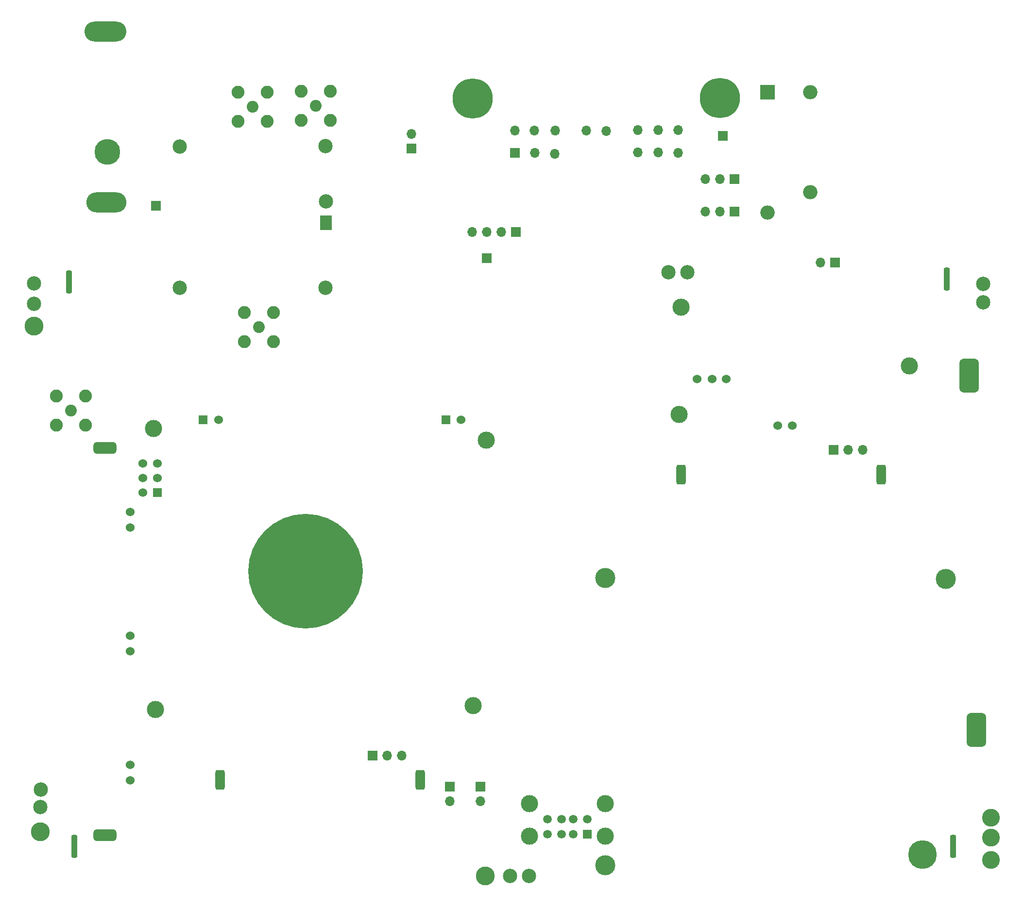
<source format=gbs>
G04 #@! TF.GenerationSoftware,KiCad,Pcbnew,(6.0.1)*
G04 #@! TF.CreationDate,2022-06-09T14:04:08-07:00*
G04 #@! TF.ProjectId,Motherboard_edgeCutsVer,4d6f7468-6572-4626-9f61-72645f656467,rev?*
G04 #@! TF.SameCoordinates,Original*
G04 #@! TF.FileFunction,Soldermask,Bot*
G04 #@! TF.FilePolarity,Negative*
%FSLAX46Y46*%
G04 Gerber Fmt 4.6, Leading zero omitted, Abs format (unit mm)*
G04 Created by KiCad (PCBNEW (6.0.1)) date 2022-06-09 14:04:08*
%MOMM*%
%LPD*%
G01*
G04 APERTURE LIST*
G04 Aperture macros list*
%AMRoundRect*
0 Rectangle with rounded corners*
0 $1 Rounding radius*
0 $2 $3 $4 $5 $6 $7 $8 $9 X,Y pos of 4 corners*
0 Add a 4 corners polygon primitive as box body*
4,1,4,$2,$3,$4,$5,$6,$7,$8,$9,$2,$3,0*
0 Add four circle primitives for the rounded corners*
1,1,$1+$1,$2,$3*
1,1,$1+$1,$4,$5*
1,1,$1+$1,$6,$7*
1,1,$1+$1,$8,$9*
0 Add four rect primitives between the rounded corners*
20,1,$1+$1,$2,$3,$4,$5,0*
20,1,$1+$1,$4,$5,$6,$7,0*
20,1,$1+$1,$6,$7,$8,$9,0*
20,1,$1+$1,$8,$9,$2,$3,0*%
G04 Aperture macros list end*
%ADD10R,1.700000X1.700000*%
%ADD11C,2.050000*%
%ADD12C,2.250000*%
%ADD13R,2.500000X2.500000*%
%ADD14O,2.500000X2.500000*%
%ADD15O,1.700000X1.700000*%
%ADD16C,5.000000*%
%ADD17RoundRect,0.500000X1.500000X-0.500000X1.500000X0.500000X-1.500000X0.500000X-1.500000X-0.500000X0*%
%ADD18C,1.524000*%
%ADD19C,3.300000*%
%ADD20C,2.500000*%
%ADD21RoundRect,0.850000X-0.850000X-2.150000X0.850000X-2.150000X0.850000X2.150000X-0.850000X2.150000X0*%
%ADD22O,7.000000X3.500000*%
%ADD23O,7.300000X3.500000*%
%ADD24C,4.500000*%
%ADD25RoundRect,0.415500X0.415500X-1.315500X0.415500X1.315500X-0.415500X1.315500X-0.415500X-1.315500X0*%
%ADD26RoundRect,0.850000X0.850000X2.150000X-0.850000X2.150000X-0.850000X-2.150000X0.850000X-2.150000X0*%
%ADD27C,3.100000*%
%ADD28C,3.000000*%
%ADD29RoundRect,0.250000X-0.250000X-1.750000X0.250000X-1.750000X0.250000X1.750000X-0.250000X1.750000X0*%
%ADD30C,20.000000*%
%ADD31R,1.524000X1.524000*%
%ADD32R,1.500000X1.500000*%
%ADD33C,1.500000*%
%ADD34C,3.500000*%
%ADD35C,7.000000*%
%ADD36R,2.000000X2.500000*%
G04 APERTURE END LIST*
D10*
X206800000Y-92600000D03*
D11*
X177000000Y-66000000D03*
D12*
X174460000Y-63460000D03*
X179540000Y-63460000D03*
X179540000Y-68540000D03*
X174460000Y-68540000D03*
D13*
X255742500Y-63592500D03*
D14*
X255742500Y-84592500D03*
X263242500Y-81092500D03*
X263242500Y-63592500D03*
D10*
X267500000Y-93300000D03*
D15*
X264960000Y-93300000D03*
D16*
X282800000Y-196600000D03*
D17*
X140300000Y-125650000D03*
X140300000Y-193250000D03*
D18*
X144650000Y-161150000D03*
X144650000Y-158450000D03*
X144700000Y-183650000D03*
X144700000Y-180950000D03*
X144650000Y-136850000D03*
X144650000Y-139550000D03*
D19*
X127895000Y-104442500D03*
D20*
X127895000Y-100542500D03*
X127895000Y-96942500D03*
X238495000Y-95042500D03*
X241795000Y-95056448D03*
X293395000Y-97042500D03*
X293395000Y-100242500D03*
D21*
X290895000Y-113042500D03*
D22*
X140567500Y-82800000D03*
D23*
X140367500Y-53000000D03*
D24*
X140667500Y-74000000D03*
D11*
X134366000Y-119126000D03*
D12*
X131826000Y-116586000D03*
X136906000Y-116586000D03*
X131826000Y-121666000D03*
X136906000Y-121666000D03*
D10*
X267320000Y-126000000D03*
D15*
X269860000Y-126000000D03*
X272400000Y-126000000D03*
D25*
X240700000Y-130300000D03*
X275600000Y-130300000D03*
D10*
X205725000Y-184750000D03*
D15*
X205725000Y-187290000D03*
D10*
X250000000Y-78750000D03*
D15*
X247460000Y-78750000D03*
X244920000Y-78750000D03*
D26*
X292200000Y-174850000D03*
D27*
X294700000Y-190150000D03*
X294700000Y-193650000D03*
X294700000Y-197550000D03*
D20*
X214204026Y-200350000D03*
X210900000Y-200350000D03*
D19*
X206600000Y-200350000D03*
X129000000Y-192650000D03*
D20*
X129000000Y-188350000D03*
X129100000Y-185250000D03*
D28*
X240400000Y-119825000D03*
X240700000Y-101125000D03*
X280500000Y-111325000D03*
D18*
X248600000Y-113625000D03*
X246100000Y-113625000D03*
X260050000Y-121775000D03*
X243500000Y-113625000D03*
X257550000Y-121775000D03*
D29*
X288100000Y-195200000D03*
D28*
X206755000Y-124305000D03*
X148755000Y-122305000D03*
X149055000Y-171305000D03*
D30*
X175255000Y-147205000D03*
D28*
X204455000Y-170605000D03*
D18*
X146855000Y-133505000D03*
X146855000Y-130905000D03*
X146855000Y-128405000D03*
X149455000Y-130905000D03*
D31*
X149455000Y-133505000D03*
D18*
X149455000Y-128405000D03*
X160055000Y-120805000D03*
D31*
X157355000Y-120805000D03*
D18*
X202315000Y-120805000D03*
D31*
X199755000Y-120805000D03*
D10*
X248000000Y-71250000D03*
D32*
X224380000Y-193100000D03*
D33*
X221880000Y-193100000D03*
X219880000Y-193100000D03*
X217380000Y-193100000D03*
X224380000Y-190480000D03*
X221880000Y-190480000D03*
X219880000Y-190480000D03*
X217380000Y-190480000D03*
D28*
X214310000Y-187770000D03*
X214310000Y-193450000D03*
X227450000Y-193450000D03*
X227450000Y-187770000D03*
D10*
X149200000Y-83400000D03*
D34*
X286800000Y-148500000D03*
D10*
X211700000Y-74167500D03*
D15*
X215250000Y-74237500D03*
X218700000Y-74337500D03*
X233200000Y-74137500D03*
X236700000Y-74137500D03*
X240200000Y-74187500D03*
X211700000Y-70287500D03*
X215150000Y-70287500D03*
X218750000Y-70287500D03*
X224200000Y-70337500D03*
X227700000Y-70387500D03*
X233200000Y-70237500D03*
X236700000Y-70237500D03*
X240200000Y-70237500D03*
D35*
X247450000Y-64637500D03*
X204400000Y-64687500D03*
D29*
X134950000Y-195200000D03*
D10*
X200425000Y-184750000D03*
D15*
X200425000Y-187290000D03*
D10*
X186970000Y-179320000D03*
D15*
X189510000Y-179320000D03*
X192050000Y-179320000D03*
D25*
X195250000Y-183620000D03*
X160350000Y-183620000D03*
D10*
X250000000Y-84400000D03*
D15*
X247460000Y-84400000D03*
X244920000Y-84400000D03*
D29*
X287000000Y-96250000D03*
D10*
X211900000Y-88000000D03*
D15*
X209360000Y-88000000D03*
X206820000Y-88000000D03*
X204280000Y-88000000D03*
D29*
X134050000Y-96750000D03*
D10*
X193675000Y-73450000D03*
D15*
X193675000Y-70910000D03*
D34*
X227500000Y-148400000D03*
D20*
X178732000Y-97729000D03*
X153332000Y-73129000D03*
X178732000Y-73029000D03*
X153332000Y-97729000D03*
D36*
X178832000Y-86429000D03*
D20*
X178832000Y-82629000D03*
D11*
X166032000Y-66129000D03*
D12*
X163492000Y-68669000D03*
X163492000Y-63589000D03*
X168572000Y-63589000D03*
X168572000Y-68669000D03*
D11*
X167132000Y-104559000D03*
D12*
X169672000Y-102019000D03*
X169672000Y-107099000D03*
X164592000Y-102019000D03*
X164592000Y-107099000D03*
D34*
X227500000Y-198500000D03*
M02*

</source>
